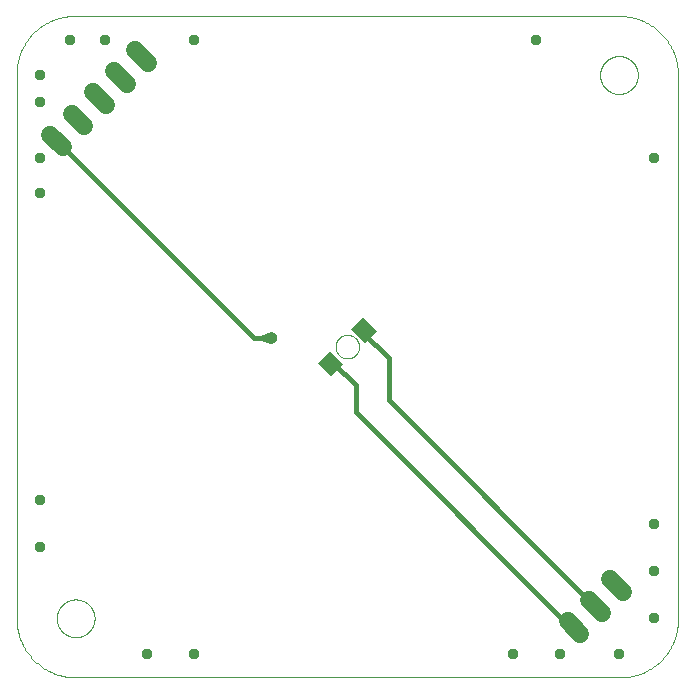
<source format=gbl>
G75*
%MOIN*%
%OFA0B0*%
%FSLAX25Y25*%
%IPPOS*%
%LPD*%
%AMOC8*
5,1,8,0,0,1.08239X$1,22.5*
%
%ADD10C,0.00039*%
%ADD11C,0.00000*%
%ADD12R,0.06299X0.05512*%
%ADD13C,0.06000*%
%ADD14C,0.01600*%
%ADD15OC8,0.03562*%
D10*
X0059997Y0061910D02*
X0059997Y0243406D01*
X0060003Y0243872D01*
X0060020Y0244338D01*
X0060048Y0244803D01*
X0060087Y0245268D01*
X0060138Y0245731D01*
X0060199Y0246193D01*
X0060272Y0246654D01*
X0060356Y0247112D01*
X0060451Y0247569D01*
X0060558Y0248023D01*
X0060675Y0248474D01*
X0060802Y0248922D01*
X0060941Y0249367D01*
X0061091Y0249809D01*
X0061251Y0250247D01*
X0061421Y0250681D01*
X0061602Y0251110D01*
X0061793Y0251535D01*
X0061995Y0251956D01*
X0062207Y0252371D01*
X0062428Y0252781D01*
X0062660Y0253186D01*
X0062901Y0253585D01*
X0063152Y0253978D01*
X0063412Y0254365D01*
X0063681Y0254745D01*
X0063960Y0255119D01*
X0064247Y0255486D01*
X0064544Y0255846D01*
X0064848Y0256198D01*
X0065162Y0256543D01*
X0065483Y0256881D01*
X0065813Y0257211D01*
X0066151Y0257532D01*
X0066496Y0257846D01*
X0066848Y0258150D01*
X0067208Y0258447D01*
X0067575Y0258734D01*
X0067949Y0259013D01*
X0068329Y0259282D01*
X0068716Y0259542D01*
X0069109Y0259793D01*
X0069508Y0260034D01*
X0069913Y0260266D01*
X0070323Y0260487D01*
X0070738Y0260699D01*
X0071159Y0260901D01*
X0071584Y0261092D01*
X0072013Y0261273D01*
X0072447Y0261443D01*
X0072885Y0261603D01*
X0073327Y0261753D01*
X0073772Y0261892D01*
X0074220Y0262019D01*
X0074671Y0262136D01*
X0075125Y0262243D01*
X0075582Y0262338D01*
X0076040Y0262422D01*
X0076501Y0262495D01*
X0076963Y0262556D01*
X0077426Y0262607D01*
X0077891Y0262646D01*
X0078356Y0262674D01*
X0078822Y0262691D01*
X0079288Y0262697D01*
X0260784Y0262697D01*
X0261260Y0262691D01*
X0261735Y0262674D01*
X0262210Y0262645D01*
X0262684Y0262605D01*
X0263157Y0262553D01*
X0263628Y0262490D01*
X0264098Y0262416D01*
X0264566Y0262330D01*
X0265032Y0262233D01*
X0265495Y0262125D01*
X0265955Y0262006D01*
X0266413Y0261875D01*
X0266867Y0261734D01*
X0267318Y0261581D01*
X0267764Y0261418D01*
X0268207Y0261244D01*
X0268645Y0261059D01*
X0269079Y0260864D01*
X0269508Y0260658D01*
X0269932Y0260442D01*
X0270351Y0260216D01*
X0270764Y0259980D01*
X0271171Y0259734D01*
X0271572Y0259478D01*
X0271966Y0259212D01*
X0272355Y0258937D01*
X0272736Y0258653D01*
X0273110Y0258360D01*
X0273478Y0258058D01*
X0273838Y0257746D01*
X0274190Y0257427D01*
X0274534Y0257099D01*
X0274871Y0256762D01*
X0275199Y0256418D01*
X0275518Y0256066D01*
X0275830Y0255706D01*
X0276132Y0255338D01*
X0276425Y0254964D01*
X0276709Y0254583D01*
X0276984Y0254194D01*
X0277250Y0253800D01*
X0277506Y0253399D01*
X0277752Y0252992D01*
X0277988Y0252579D01*
X0278214Y0252160D01*
X0278430Y0251736D01*
X0278636Y0251307D01*
X0278831Y0250873D01*
X0279016Y0250435D01*
X0279190Y0249992D01*
X0279353Y0249546D01*
X0279506Y0249095D01*
X0279647Y0248641D01*
X0279778Y0248183D01*
X0279897Y0247723D01*
X0280005Y0247260D01*
X0280102Y0246794D01*
X0280188Y0246326D01*
X0280262Y0245856D01*
X0280325Y0245385D01*
X0280377Y0244912D01*
X0280417Y0244438D01*
X0280446Y0243963D01*
X0280463Y0243488D01*
X0280469Y0243012D01*
X0280469Y0061516D01*
X0280463Y0061050D01*
X0280446Y0060584D01*
X0280418Y0060119D01*
X0280379Y0059654D01*
X0280328Y0059191D01*
X0280267Y0058729D01*
X0280194Y0058268D01*
X0280110Y0057810D01*
X0280015Y0057353D01*
X0279908Y0056899D01*
X0279791Y0056448D01*
X0279664Y0056000D01*
X0279525Y0055555D01*
X0279375Y0055113D01*
X0279215Y0054675D01*
X0279045Y0054241D01*
X0278864Y0053812D01*
X0278673Y0053387D01*
X0278471Y0052966D01*
X0278259Y0052551D01*
X0278038Y0052141D01*
X0277806Y0051736D01*
X0277565Y0051337D01*
X0277314Y0050944D01*
X0277054Y0050557D01*
X0276785Y0050177D01*
X0276506Y0049803D01*
X0276219Y0049436D01*
X0275922Y0049076D01*
X0275618Y0048724D01*
X0275304Y0048379D01*
X0274983Y0048041D01*
X0274653Y0047711D01*
X0274315Y0047390D01*
X0273970Y0047076D01*
X0273618Y0046772D01*
X0273258Y0046475D01*
X0272891Y0046188D01*
X0272517Y0045909D01*
X0272137Y0045640D01*
X0271750Y0045380D01*
X0271357Y0045129D01*
X0270958Y0044888D01*
X0270553Y0044656D01*
X0270143Y0044435D01*
X0269728Y0044223D01*
X0269307Y0044021D01*
X0268882Y0043830D01*
X0268453Y0043649D01*
X0268019Y0043479D01*
X0267581Y0043319D01*
X0267139Y0043169D01*
X0266694Y0043030D01*
X0266246Y0042903D01*
X0265795Y0042786D01*
X0265341Y0042679D01*
X0264884Y0042584D01*
X0264426Y0042500D01*
X0263965Y0042427D01*
X0263503Y0042366D01*
X0263040Y0042315D01*
X0262575Y0042276D01*
X0262110Y0042248D01*
X0261644Y0042231D01*
X0261178Y0042225D01*
X0079682Y0042225D01*
X0079206Y0042231D01*
X0078731Y0042248D01*
X0078256Y0042277D01*
X0077782Y0042317D01*
X0077309Y0042369D01*
X0076838Y0042432D01*
X0076368Y0042506D01*
X0075900Y0042592D01*
X0075434Y0042689D01*
X0074971Y0042797D01*
X0074511Y0042916D01*
X0074053Y0043047D01*
X0073599Y0043188D01*
X0073148Y0043341D01*
X0072702Y0043504D01*
X0072259Y0043678D01*
X0071821Y0043863D01*
X0071387Y0044058D01*
X0070958Y0044264D01*
X0070534Y0044480D01*
X0070115Y0044706D01*
X0069702Y0044942D01*
X0069295Y0045188D01*
X0068894Y0045444D01*
X0068500Y0045710D01*
X0068111Y0045985D01*
X0067730Y0046269D01*
X0067356Y0046562D01*
X0066988Y0046864D01*
X0066628Y0047176D01*
X0066276Y0047495D01*
X0065932Y0047823D01*
X0065595Y0048160D01*
X0065267Y0048504D01*
X0064948Y0048856D01*
X0064636Y0049216D01*
X0064334Y0049584D01*
X0064041Y0049958D01*
X0063757Y0050339D01*
X0063482Y0050728D01*
X0063216Y0051122D01*
X0062960Y0051523D01*
X0062714Y0051930D01*
X0062478Y0052343D01*
X0062252Y0052762D01*
X0062036Y0053186D01*
X0061830Y0053615D01*
X0061635Y0054049D01*
X0061450Y0054487D01*
X0061276Y0054930D01*
X0061113Y0055376D01*
X0060960Y0055827D01*
X0060819Y0056281D01*
X0060688Y0056739D01*
X0060569Y0057199D01*
X0060461Y0057662D01*
X0060364Y0058128D01*
X0060278Y0058596D01*
X0060204Y0059066D01*
X0060141Y0059537D01*
X0060089Y0060010D01*
X0060049Y0060484D01*
X0060020Y0060959D01*
X0060003Y0061434D01*
X0059997Y0061910D01*
D11*
X0073383Y0061910D02*
X0073385Y0062068D01*
X0073391Y0062226D01*
X0073401Y0062384D01*
X0073415Y0062542D01*
X0073433Y0062699D01*
X0073454Y0062856D01*
X0073480Y0063012D01*
X0073510Y0063168D01*
X0073543Y0063323D01*
X0073581Y0063476D01*
X0073622Y0063629D01*
X0073667Y0063781D01*
X0073716Y0063932D01*
X0073769Y0064081D01*
X0073825Y0064229D01*
X0073885Y0064375D01*
X0073949Y0064520D01*
X0074017Y0064663D01*
X0074088Y0064805D01*
X0074162Y0064945D01*
X0074240Y0065082D01*
X0074322Y0065218D01*
X0074406Y0065352D01*
X0074495Y0065483D01*
X0074586Y0065612D01*
X0074681Y0065739D01*
X0074778Y0065864D01*
X0074879Y0065986D01*
X0074983Y0066105D01*
X0075090Y0066222D01*
X0075200Y0066336D01*
X0075313Y0066447D01*
X0075428Y0066556D01*
X0075546Y0066661D01*
X0075667Y0066763D01*
X0075790Y0066863D01*
X0075916Y0066959D01*
X0076044Y0067052D01*
X0076174Y0067142D01*
X0076307Y0067228D01*
X0076442Y0067312D01*
X0076578Y0067391D01*
X0076717Y0067468D01*
X0076858Y0067540D01*
X0077000Y0067610D01*
X0077144Y0067675D01*
X0077290Y0067737D01*
X0077437Y0067795D01*
X0077586Y0067850D01*
X0077736Y0067901D01*
X0077887Y0067948D01*
X0078039Y0067991D01*
X0078192Y0068030D01*
X0078347Y0068066D01*
X0078502Y0068097D01*
X0078658Y0068125D01*
X0078814Y0068149D01*
X0078971Y0068169D01*
X0079129Y0068185D01*
X0079286Y0068197D01*
X0079445Y0068205D01*
X0079603Y0068209D01*
X0079761Y0068209D01*
X0079919Y0068205D01*
X0080078Y0068197D01*
X0080235Y0068185D01*
X0080393Y0068169D01*
X0080550Y0068149D01*
X0080706Y0068125D01*
X0080862Y0068097D01*
X0081017Y0068066D01*
X0081172Y0068030D01*
X0081325Y0067991D01*
X0081477Y0067948D01*
X0081628Y0067901D01*
X0081778Y0067850D01*
X0081927Y0067795D01*
X0082074Y0067737D01*
X0082220Y0067675D01*
X0082364Y0067610D01*
X0082506Y0067540D01*
X0082647Y0067468D01*
X0082786Y0067391D01*
X0082922Y0067312D01*
X0083057Y0067228D01*
X0083190Y0067142D01*
X0083320Y0067052D01*
X0083448Y0066959D01*
X0083574Y0066863D01*
X0083697Y0066763D01*
X0083818Y0066661D01*
X0083936Y0066556D01*
X0084051Y0066447D01*
X0084164Y0066336D01*
X0084274Y0066222D01*
X0084381Y0066105D01*
X0084485Y0065986D01*
X0084586Y0065864D01*
X0084683Y0065739D01*
X0084778Y0065612D01*
X0084869Y0065483D01*
X0084958Y0065352D01*
X0085042Y0065218D01*
X0085124Y0065082D01*
X0085202Y0064945D01*
X0085276Y0064805D01*
X0085347Y0064663D01*
X0085415Y0064520D01*
X0085479Y0064375D01*
X0085539Y0064229D01*
X0085595Y0064081D01*
X0085648Y0063932D01*
X0085697Y0063781D01*
X0085742Y0063629D01*
X0085783Y0063476D01*
X0085821Y0063323D01*
X0085854Y0063168D01*
X0085884Y0063012D01*
X0085910Y0062856D01*
X0085931Y0062699D01*
X0085949Y0062542D01*
X0085963Y0062384D01*
X0085973Y0062226D01*
X0085979Y0062068D01*
X0085981Y0061910D01*
X0085979Y0061752D01*
X0085973Y0061594D01*
X0085963Y0061436D01*
X0085949Y0061278D01*
X0085931Y0061121D01*
X0085910Y0060964D01*
X0085884Y0060808D01*
X0085854Y0060652D01*
X0085821Y0060497D01*
X0085783Y0060344D01*
X0085742Y0060191D01*
X0085697Y0060039D01*
X0085648Y0059888D01*
X0085595Y0059739D01*
X0085539Y0059591D01*
X0085479Y0059445D01*
X0085415Y0059300D01*
X0085347Y0059157D01*
X0085276Y0059015D01*
X0085202Y0058875D01*
X0085124Y0058738D01*
X0085042Y0058602D01*
X0084958Y0058468D01*
X0084869Y0058337D01*
X0084778Y0058208D01*
X0084683Y0058081D01*
X0084586Y0057956D01*
X0084485Y0057834D01*
X0084381Y0057715D01*
X0084274Y0057598D01*
X0084164Y0057484D01*
X0084051Y0057373D01*
X0083936Y0057264D01*
X0083818Y0057159D01*
X0083697Y0057057D01*
X0083574Y0056957D01*
X0083448Y0056861D01*
X0083320Y0056768D01*
X0083190Y0056678D01*
X0083057Y0056592D01*
X0082922Y0056508D01*
X0082786Y0056429D01*
X0082647Y0056352D01*
X0082506Y0056280D01*
X0082364Y0056210D01*
X0082220Y0056145D01*
X0082074Y0056083D01*
X0081927Y0056025D01*
X0081778Y0055970D01*
X0081628Y0055919D01*
X0081477Y0055872D01*
X0081325Y0055829D01*
X0081172Y0055790D01*
X0081017Y0055754D01*
X0080862Y0055723D01*
X0080706Y0055695D01*
X0080550Y0055671D01*
X0080393Y0055651D01*
X0080235Y0055635D01*
X0080078Y0055623D01*
X0079919Y0055615D01*
X0079761Y0055611D01*
X0079603Y0055611D01*
X0079445Y0055615D01*
X0079286Y0055623D01*
X0079129Y0055635D01*
X0078971Y0055651D01*
X0078814Y0055671D01*
X0078658Y0055695D01*
X0078502Y0055723D01*
X0078347Y0055754D01*
X0078192Y0055790D01*
X0078039Y0055829D01*
X0077887Y0055872D01*
X0077736Y0055919D01*
X0077586Y0055970D01*
X0077437Y0056025D01*
X0077290Y0056083D01*
X0077144Y0056145D01*
X0077000Y0056210D01*
X0076858Y0056280D01*
X0076717Y0056352D01*
X0076578Y0056429D01*
X0076442Y0056508D01*
X0076307Y0056592D01*
X0076174Y0056678D01*
X0076044Y0056768D01*
X0075916Y0056861D01*
X0075790Y0056957D01*
X0075667Y0057057D01*
X0075546Y0057159D01*
X0075428Y0057264D01*
X0075313Y0057373D01*
X0075200Y0057484D01*
X0075090Y0057598D01*
X0074983Y0057715D01*
X0074879Y0057834D01*
X0074778Y0057956D01*
X0074681Y0058081D01*
X0074586Y0058208D01*
X0074495Y0058337D01*
X0074406Y0058468D01*
X0074322Y0058602D01*
X0074240Y0058738D01*
X0074162Y0058875D01*
X0074088Y0059015D01*
X0074017Y0059157D01*
X0073949Y0059300D01*
X0073885Y0059445D01*
X0073825Y0059591D01*
X0073769Y0059739D01*
X0073716Y0059888D01*
X0073667Y0060039D01*
X0073622Y0060191D01*
X0073581Y0060344D01*
X0073543Y0060497D01*
X0073510Y0060652D01*
X0073480Y0060808D01*
X0073454Y0060964D01*
X0073433Y0061121D01*
X0073415Y0061278D01*
X0073401Y0061436D01*
X0073391Y0061594D01*
X0073385Y0061752D01*
X0073383Y0061910D01*
X0166296Y0152461D02*
X0166298Y0152586D01*
X0166304Y0152711D01*
X0166314Y0152835D01*
X0166328Y0152959D01*
X0166345Y0153083D01*
X0166367Y0153206D01*
X0166393Y0153328D01*
X0166422Y0153450D01*
X0166455Y0153570D01*
X0166493Y0153689D01*
X0166533Y0153808D01*
X0166578Y0153924D01*
X0166626Y0154039D01*
X0166678Y0154153D01*
X0166734Y0154265D01*
X0166793Y0154375D01*
X0166855Y0154483D01*
X0166921Y0154590D01*
X0166990Y0154694D01*
X0167063Y0154795D01*
X0167138Y0154895D01*
X0167217Y0154992D01*
X0167299Y0155086D01*
X0167384Y0155178D01*
X0167471Y0155267D01*
X0167562Y0155353D01*
X0167655Y0155436D01*
X0167751Y0155517D01*
X0167849Y0155594D01*
X0167949Y0155668D01*
X0168052Y0155739D01*
X0168157Y0155806D01*
X0168265Y0155871D01*
X0168374Y0155931D01*
X0168485Y0155989D01*
X0168598Y0156042D01*
X0168712Y0156092D01*
X0168828Y0156139D01*
X0168945Y0156181D01*
X0169064Y0156220D01*
X0169184Y0156256D01*
X0169305Y0156287D01*
X0169427Y0156315D01*
X0169549Y0156338D01*
X0169673Y0156358D01*
X0169797Y0156374D01*
X0169921Y0156386D01*
X0170046Y0156394D01*
X0170171Y0156398D01*
X0170295Y0156398D01*
X0170420Y0156394D01*
X0170545Y0156386D01*
X0170669Y0156374D01*
X0170793Y0156358D01*
X0170917Y0156338D01*
X0171039Y0156315D01*
X0171161Y0156287D01*
X0171282Y0156256D01*
X0171402Y0156220D01*
X0171521Y0156181D01*
X0171638Y0156139D01*
X0171754Y0156092D01*
X0171868Y0156042D01*
X0171981Y0155989D01*
X0172092Y0155931D01*
X0172202Y0155871D01*
X0172309Y0155806D01*
X0172414Y0155739D01*
X0172517Y0155668D01*
X0172617Y0155594D01*
X0172715Y0155517D01*
X0172811Y0155436D01*
X0172904Y0155353D01*
X0172995Y0155267D01*
X0173082Y0155178D01*
X0173167Y0155086D01*
X0173249Y0154992D01*
X0173328Y0154895D01*
X0173403Y0154795D01*
X0173476Y0154694D01*
X0173545Y0154590D01*
X0173611Y0154483D01*
X0173673Y0154375D01*
X0173732Y0154265D01*
X0173788Y0154153D01*
X0173840Y0154039D01*
X0173888Y0153924D01*
X0173933Y0153808D01*
X0173973Y0153689D01*
X0174011Y0153570D01*
X0174044Y0153450D01*
X0174073Y0153328D01*
X0174099Y0153206D01*
X0174121Y0153083D01*
X0174138Y0152959D01*
X0174152Y0152835D01*
X0174162Y0152711D01*
X0174168Y0152586D01*
X0174170Y0152461D01*
X0174168Y0152336D01*
X0174162Y0152211D01*
X0174152Y0152087D01*
X0174138Y0151963D01*
X0174121Y0151839D01*
X0174099Y0151716D01*
X0174073Y0151594D01*
X0174044Y0151472D01*
X0174011Y0151352D01*
X0173973Y0151233D01*
X0173933Y0151114D01*
X0173888Y0150998D01*
X0173840Y0150883D01*
X0173788Y0150769D01*
X0173732Y0150657D01*
X0173673Y0150547D01*
X0173611Y0150439D01*
X0173545Y0150332D01*
X0173476Y0150228D01*
X0173403Y0150127D01*
X0173328Y0150027D01*
X0173249Y0149930D01*
X0173167Y0149836D01*
X0173082Y0149744D01*
X0172995Y0149655D01*
X0172904Y0149569D01*
X0172811Y0149486D01*
X0172715Y0149405D01*
X0172617Y0149328D01*
X0172517Y0149254D01*
X0172414Y0149183D01*
X0172309Y0149116D01*
X0172201Y0149051D01*
X0172092Y0148991D01*
X0171981Y0148933D01*
X0171868Y0148880D01*
X0171754Y0148830D01*
X0171638Y0148783D01*
X0171521Y0148741D01*
X0171402Y0148702D01*
X0171282Y0148666D01*
X0171161Y0148635D01*
X0171039Y0148607D01*
X0170917Y0148584D01*
X0170793Y0148564D01*
X0170669Y0148548D01*
X0170545Y0148536D01*
X0170420Y0148528D01*
X0170295Y0148524D01*
X0170171Y0148524D01*
X0170046Y0148528D01*
X0169921Y0148536D01*
X0169797Y0148548D01*
X0169673Y0148564D01*
X0169549Y0148584D01*
X0169427Y0148607D01*
X0169305Y0148635D01*
X0169184Y0148666D01*
X0169064Y0148702D01*
X0168945Y0148741D01*
X0168828Y0148783D01*
X0168712Y0148830D01*
X0168598Y0148880D01*
X0168485Y0148933D01*
X0168374Y0148991D01*
X0168264Y0149051D01*
X0168157Y0149116D01*
X0168052Y0149183D01*
X0167949Y0149254D01*
X0167849Y0149328D01*
X0167751Y0149405D01*
X0167655Y0149486D01*
X0167562Y0149569D01*
X0167471Y0149655D01*
X0167384Y0149744D01*
X0167299Y0149836D01*
X0167217Y0149930D01*
X0167138Y0150027D01*
X0167063Y0150127D01*
X0166990Y0150228D01*
X0166921Y0150332D01*
X0166855Y0150439D01*
X0166793Y0150547D01*
X0166734Y0150657D01*
X0166678Y0150769D01*
X0166626Y0150883D01*
X0166578Y0150998D01*
X0166533Y0151114D01*
X0166493Y0151233D01*
X0166455Y0151352D01*
X0166422Y0151472D01*
X0166393Y0151594D01*
X0166367Y0151716D01*
X0166345Y0151839D01*
X0166328Y0151963D01*
X0166314Y0152087D01*
X0166304Y0152211D01*
X0166298Y0152336D01*
X0166296Y0152461D01*
X0254485Y0243012D02*
X0254487Y0243170D01*
X0254493Y0243328D01*
X0254503Y0243486D01*
X0254517Y0243644D01*
X0254535Y0243801D01*
X0254556Y0243958D01*
X0254582Y0244114D01*
X0254612Y0244270D01*
X0254645Y0244425D01*
X0254683Y0244578D01*
X0254724Y0244731D01*
X0254769Y0244883D01*
X0254818Y0245034D01*
X0254871Y0245183D01*
X0254927Y0245331D01*
X0254987Y0245477D01*
X0255051Y0245622D01*
X0255119Y0245765D01*
X0255190Y0245907D01*
X0255264Y0246047D01*
X0255342Y0246184D01*
X0255424Y0246320D01*
X0255508Y0246454D01*
X0255597Y0246585D01*
X0255688Y0246714D01*
X0255783Y0246841D01*
X0255880Y0246966D01*
X0255981Y0247088D01*
X0256085Y0247207D01*
X0256192Y0247324D01*
X0256302Y0247438D01*
X0256415Y0247549D01*
X0256530Y0247658D01*
X0256648Y0247763D01*
X0256769Y0247865D01*
X0256892Y0247965D01*
X0257018Y0248061D01*
X0257146Y0248154D01*
X0257276Y0248244D01*
X0257409Y0248330D01*
X0257544Y0248414D01*
X0257680Y0248493D01*
X0257819Y0248570D01*
X0257960Y0248642D01*
X0258102Y0248712D01*
X0258246Y0248777D01*
X0258392Y0248839D01*
X0258539Y0248897D01*
X0258688Y0248952D01*
X0258838Y0249003D01*
X0258989Y0249050D01*
X0259141Y0249093D01*
X0259294Y0249132D01*
X0259449Y0249168D01*
X0259604Y0249199D01*
X0259760Y0249227D01*
X0259916Y0249251D01*
X0260073Y0249271D01*
X0260231Y0249287D01*
X0260388Y0249299D01*
X0260547Y0249307D01*
X0260705Y0249311D01*
X0260863Y0249311D01*
X0261021Y0249307D01*
X0261180Y0249299D01*
X0261337Y0249287D01*
X0261495Y0249271D01*
X0261652Y0249251D01*
X0261808Y0249227D01*
X0261964Y0249199D01*
X0262119Y0249168D01*
X0262274Y0249132D01*
X0262427Y0249093D01*
X0262579Y0249050D01*
X0262730Y0249003D01*
X0262880Y0248952D01*
X0263029Y0248897D01*
X0263176Y0248839D01*
X0263322Y0248777D01*
X0263466Y0248712D01*
X0263608Y0248642D01*
X0263749Y0248570D01*
X0263888Y0248493D01*
X0264024Y0248414D01*
X0264159Y0248330D01*
X0264292Y0248244D01*
X0264422Y0248154D01*
X0264550Y0248061D01*
X0264676Y0247965D01*
X0264799Y0247865D01*
X0264920Y0247763D01*
X0265038Y0247658D01*
X0265153Y0247549D01*
X0265266Y0247438D01*
X0265376Y0247324D01*
X0265483Y0247207D01*
X0265587Y0247088D01*
X0265688Y0246966D01*
X0265785Y0246841D01*
X0265880Y0246714D01*
X0265971Y0246585D01*
X0266060Y0246454D01*
X0266144Y0246320D01*
X0266226Y0246184D01*
X0266304Y0246047D01*
X0266378Y0245907D01*
X0266449Y0245765D01*
X0266517Y0245622D01*
X0266581Y0245477D01*
X0266641Y0245331D01*
X0266697Y0245183D01*
X0266750Y0245034D01*
X0266799Y0244883D01*
X0266844Y0244731D01*
X0266885Y0244578D01*
X0266923Y0244425D01*
X0266956Y0244270D01*
X0266986Y0244114D01*
X0267012Y0243958D01*
X0267033Y0243801D01*
X0267051Y0243644D01*
X0267065Y0243486D01*
X0267075Y0243328D01*
X0267081Y0243170D01*
X0267083Y0243012D01*
X0267081Y0242854D01*
X0267075Y0242696D01*
X0267065Y0242538D01*
X0267051Y0242380D01*
X0267033Y0242223D01*
X0267012Y0242066D01*
X0266986Y0241910D01*
X0266956Y0241754D01*
X0266923Y0241599D01*
X0266885Y0241446D01*
X0266844Y0241293D01*
X0266799Y0241141D01*
X0266750Y0240990D01*
X0266697Y0240841D01*
X0266641Y0240693D01*
X0266581Y0240547D01*
X0266517Y0240402D01*
X0266449Y0240259D01*
X0266378Y0240117D01*
X0266304Y0239977D01*
X0266226Y0239840D01*
X0266144Y0239704D01*
X0266060Y0239570D01*
X0265971Y0239439D01*
X0265880Y0239310D01*
X0265785Y0239183D01*
X0265688Y0239058D01*
X0265587Y0238936D01*
X0265483Y0238817D01*
X0265376Y0238700D01*
X0265266Y0238586D01*
X0265153Y0238475D01*
X0265038Y0238366D01*
X0264920Y0238261D01*
X0264799Y0238159D01*
X0264676Y0238059D01*
X0264550Y0237963D01*
X0264422Y0237870D01*
X0264292Y0237780D01*
X0264159Y0237694D01*
X0264024Y0237610D01*
X0263888Y0237531D01*
X0263749Y0237454D01*
X0263608Y0237382D01*
X0263466Y0237312D01*
X0263322Y0237247D01*
X0263176Y0237185D01*
X0263029Y0237127D01*
X0262880Y0237072D01*
X0262730Y0237021D01*
X0262579Y0236974D01*
X0262427Y0236931D01*
X0262274Y0236892D01*
X0262119Y0236856D01*
X0261964Y0236825D01*
X0261808Y0236797D01*
X0261652Y0236773D01*
X0261495Y0236753D01*
X0261337Y0236737D01*
X0261180Y0236725D01*
X0261021Y0236717D01*
X0260863Y0236713D01*
X0260705Y0236713D01*
X0260547Y0236717D01*
X0260388Y0236725D01*
X0260231Y0236737D01*
X0260073Y0236753D01*
X0259916Y0236773D01*
X0259760Y0236797D01*
X0259604Y0236825D01*
X0259449Y0236856D01*
X0259294Y0236892D01*
X0259141Y0236931D01*
X0258989Y0236974D01*
X0258838Y0237021D01*
X0258688Y0237072D01*
X0258539Y0237127D01*
X0258392Y0237185D01*
X0258246Y0237247D01*
X0258102Y0237312D01*
X0257960Y0237382D01*
X0257819Y0237454D01*
X0257680Y0237531D01*
X0257544Y0237610D01*
X0257409Y0237694D01*
X0257276Y0237780D01*
X0257146Y0237870D01*
X0257018Y0237963D01*
X0256892Y0238059D01*
X0256769Y0238159D01*
X0256648Y0238261D01*
X0256530Y0238366D01*
X0256415Y0238475D01*
X0256302Y0238586D01*
X0256192Y0238700D01*
X0256085Y0238817D01*
X0255981Y0238936D01*
X0255880Y0239058D01*
X0255783Y0239183D01*
X0255688Y0239310D01*
X0255597Y0239439D01*
X0255508Y0239570D01*
X0255424Y0239704D01*
X0255342Y0239840D01*
X0255264Y0239977D01*
X0255190Y0240117D01*
X0255119Y0240259D01*
X0255051Y0240402D01*
X0254987Y0240547D01*
X0254927Y0240693D01*
X0254871Y0240841D01*
X0254818Y0240990D01*
X0254769Y0241141D01*
X0254724Y0241293D01*
X0254683Y0241446D01*
X0254645Y0241599D01*
X0254612Y0241754D01*
X0254582Y0241910D01*
X0254556Y0242066D01*
X0254535Y0242223D01*
X0254517Y0242380D01*
X0254503Y0242538D01*
X0254493Y0242696D01*
X0254487Y0242854D01*
X0254485Y0243012D01*
D12*
G36*
X0175524Y0162204D02*
X0179976Y0157752D01*
X0176078Y0153854D01*
X0171626Y0158306D01*
X0175524Y0162204D01*
G37*
G36*
X0164388Y0151068D02*
X0168840Y0146616D01*
X0164942Y0142718D01*
X0160490Y0147170D01*
X0164388Y0151068D01*
G37*
D13*
X0082606Y0225946D02*
X0078363Y0230189D01*
X0071292Y0223117D02*
X0075535Y0218875D01*
X0089677Y0233017D02*
X0085434Y0237260D01*
X0092506Y0244331D02*
X0096748Y0240088D01*
X0103819Y0247159D02*
X0099577Y0251402D01*
X0257860Y0075039D02*
X0262102Y0070797D01*
X0255031Y0063726D02*
X0250789Y0067968D01*
X0243718Y0060897D02*
X0247960Y0056655D01*
D14*
X0246808Y0056792D02*
X0246808Y0057807D01*
X0245839Y0058776D01*
X0246808Y0056792D02*
X0172989Y0130611D01*
X0172989Y0139666D01*
X0165222Y0147433D01*
X0164665Y0146893D01*
X0175261Y0157472D02*
X0184012Y0148721D01*
X0184012Y0134745D01*
X0252910Y0065847D01*
X0175261Y0157472D02*
X0175801Y0158029D01*
X0145036Y0155414D02*
X0144642Y0156527D01*
X0141493Y0155414D01*
X0144642Y0154300D01*
X0145036Y0155414D01*
X0141493Y0155414D01*
X0138996Y0155414D01*
X0073414Y0220996D01*
D15*
X0067871Y0215453D03*
X0067871Y0203642D03*
X0067871Y0233918D03*
X0067871Y0243012D03*
X0077713Y0254823D03*
X0089524Y0254823D03*
X0119052Y0254823D03*
X0145036Y0155414D03*
X0067871Y0101280D03*
X0067871Y0085532D03*
X0103304Y0050099D03*
X0119052Y0050099D03*
X0225351Y0050099D03*
X0241099Y0050099D03*
X0260784Y0050099D03*
X0272595Y0061910D03*
X0272595Y0077658D03*
X0272595Y0093406D03*
X0272595Y0215453D03*
X0233225Y0254823D03*
M02*

</source>
